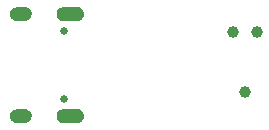
<source format=gbr>
%TF.GenerationSoftware,KiCad,Pcbnew,8.0.5-8.0.5-0~ubuntu20.04.1*%
%TF.CreationDate,2025-01-20T10:50:11+00:00*%
%TF.ProjectId,servo,73657276-6f2e-46b6-9963-61645f706362,rev?*%
%TF.SameCoordinates,Original*%
%TF.FileFunction,Soldermask,Bot*%
%TF.FilePolarity,Negative*%
%FSLAX46Y46*%
G04 Gerber Fmt 4.6, Leading zero omitted, Abs format (unit mm)*
G04 Created by KiCad (PCBNEW 8.0.5-8.0.5-0~ubuntu20.04.1) date 2025-01-20 10:50:11*
%MOMM*%
%LPD*%
G01*
G04 APERTURE LIST*
%ADD10C,0.000000*%
%ADD11C,0.650000*%
%ADD12C,0.990600*%
G04 APERTURE END LIST*
D10*
%TO.C,J5*%
G36*
X36632909Y-18199006D02*
G01*
X36779688Y-18259092D01*
X36905915Y-18355119D01*
X37003193Y-18480811D01*
X37085691Y-18783666D01*
X37064289Y-18941178D01*
X37002987Y-19087455D01*
X36905915Y-19212881D01*
X36779688Y-19308908D01*
X36632909Y-19368994D01*
X36475917Y-19389000D01*
X35875262Y-19389000D01*
X35719715Y-19367860D01*
X35574645Y-19307057D01*
X35450255Y-19210780D01*
X35355022Y-19085588D01*
X35295435Y-18940015D01*
X35275560Y-18784000D01*
X35295435Y-18627985D01*
X35355022Y-18482412D01*
X35450255Y-18357220D01*
X35574911Y-18260737D01*
X35874931Y-18179000D01*
X36475917Y-18179000D01*
X36632909Y-18199006D01*
G37*
G36*
X36632909Y-26835006D02*
G01*
X36779688Y-26895092D01*
X36905915Y-26991119D01*
X37003193Y-27116811D01*
X37085691Y-27419666D01*
X37064289Y-27577178D01*
X37002987Y-27723455D01*
X36905915Y-27848881D01*
X36779688Y-27944908D01*
X36632909Y-28004994D01*
X36475917Y-28025000D01*
X35875262Y-28025000D01*
X35719715Y-28003860D01*
X35574645Y-27943057D01*
X35450255Y-27846780D01*
X35355022Y-27721588D01*
X35295435Y-27576015D01*
X35275560Y-27420000D01*
X35295435Y-27263985D01*
X35355022Y-27118412D01*
X35450255Y-26993220D01*
X35574911Y-26896737D01*
X35874931Y-26815000D01*
X36475917Y-26815000D01*
X36632909Y-26835006D01*
G37*
G36*
X41105795Y-18200684D02*
G01*
X41244026Y-18264354D01*
X41361066Y-18361632D01*
X41449137Y-18486161D01*
X41515652Y-18779669D01*
X41501664Y-18931350D01*
X41448942Y-19074114D01*
X41361066Y-19198368D01*
X41244026Y-19295646D01*
X41105795Y-19359316D01*
X40956026Y-19385000D01*
X39755152Y-19385000D01*
X39606826Y-19358178D01*
X39470306Y-19293791D01*
X39355103Y-19196264D01*
X39269067Y-19072243D01*
X39218062Y-18930181D01*
X39205583Y-18780000D01*
X39218062Y-18629819D01*
X39269067Y-18487757D01*
X39355103Y-18363736D01*
X39470562Y-18265991D01*
X39754819Y-18175000D01*
X40956026Y-18175000D01*
X41105795Y-18200684D01*
G37*
G36*
X41105795Y-26840684D02*
G01*
X41244026Y-26904354D01*
X41361066Y-27001632D01*
X41449137Y-27126161D01*
X41515652Y-27419669D01*
X41501664Y-27571350D01*
X41448942Y-27714114D01*
X41361066Y-27838368D01*
X41244026Y-27935646D01*
X41105795Y-27999316D01*
X40956026Y-28025000D01*
X39755152Y-28025000D01*
X39606826Y-27998178D01*
X39470306Y-27933791D01*
X39355103Y-27836264D01*
X39269067Y-27712243D01*
X39218062Y-27570181D01*
X39205583Y-27420000D01*
X39218062Y-27269819D01*
X39269067Y-27127757D01*
X39355103Y-27003736D01*
X39470562Y-26905991D01*
X39754819Y-26815000D01*
X40956026Y-26815000D01*
X41105795Y-26840684D01*
G37*
%TD*%
D11*
%TO.C,J5*%
X39830600Y-20210000D03*
X39830600Y-25990000D03*
G36*
G01*
X40910600Y-19381600D02*
X39810600Y-19381600D01*
G75*
G02*
X39209000Y-18780000I0J601600D01*
G01*
X39209000Y-18780000D01*
G75*
G02*
X39810600Y-18178400I601600J0D01*
G01*
X40910600Y-18178400D01*
G75*
G02*
X41512200Y-18780000I0J-601600D01*
G01*
X41512200Y-18780000D01*
G75*
G02*
X40910600Y-19381600I-601600J0D01*
G01*
G37*
G36*
G01*
X36480600Y-19381600D02*
X35880600Y-19381600D01*
G75*
G02*
X35279000Y-18780000I0J601600D01*
G01*
X35279000Y-18780000D01*
G75*
G02*
X35880600Y-18178400I601600J0D01*
G01*
X36480600Y-18178400D01*
G75*
G02*
X37082200Y-18780000I0J-601600D01*
G01*
X37082200Y-18780000D01*
G75*
G02*
X36480600Y-19381600I-601600J0D01*
G01*
G37*
G36*
G01*
X40910600Y-28021600D02*
X39810600Y-28021600D01*
G75*
G02*
X39209000Y-27420000I0J601600D01*
G01*
X39209000Y-27420000D01*
G75*
G02*
X39810600Y-26818400I601600J0D01*
G01*
X40910600Y-26818400D01*
G75*
G02*
X41512200Y-27420000I0J-601600D01*
G01*
X41512200Y-27420000D01*
G75*
G02*
X40910600Y-28021600I-601600J0D01*
G01*
G37*
G36*
G01*
X36480600Y-28021600D02*
X35880600Y-28021600D01*
G75*
G02*
X35279000Y-27420000I0J601600D01*
G01*
X35279000Y-27420000D01*
G75*
G02*
X35880600Y-26818400I601600J0D01*
G01*
X36480600Y-26818400D01*
G75*
G02*
X37082200Y-27420000I0J-601600D01*
G01*
X37082200Y-27420000D01*
G75*
G02*
X36480600Y-28021600I-601600J0D01*
G01*
G37*
%TD*%
D12*
%TO.C,J1*%
X55115000Y-25390000D03*
X54099000Y-20310000D03*
X56131000Y-20310000D03*
%TD*%
M02*

</source>
